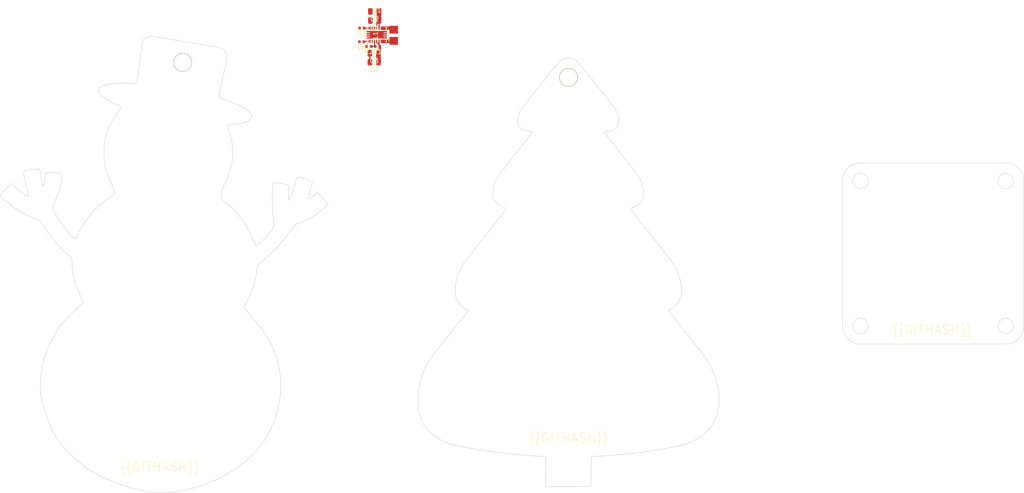
<source format=kicad_pcb>
(kicad_pcb (version 20221018) (generator pcbnew)
  (layers (0 "F.Cu" signal) (31 "B.Cu" signal) (34 "B.Paste" user) (35 "F.Paste" user) (36 "B.SilkS" user "B.Silkscreen") (37 "F.SilkS" user "F.Silkscreen") (38 "B.Mask" user) (39 "F.Mask" user) (44 "Edge.Cuts" user))
  (net 0 "")
  (net 1 "vina")
  (net 2 "gnd")
  (net 3 "out")
  (net 4 "vcc-1")
  (net 5 "vcc")
  (net 6 "pg")
  (net 7 "l2")
  (net 8 "l1")
  (footprint "lib:VSON-14_L4.0-W3.0-P0.50-BL-EP_TI_DSJ" (layer "F.Cu") (at 118.965 49.535)
    (fp_text reference "U1" (at 0 -5.45) (layer "F.SilkS"))
    (fp_text value "")
    (fp_line (start -2.1 -1.6) (end -1.93 -1.6) (stroke (width 0.2)) (layer "F.SilkS"))
    (fp_line (start -2.1 -1.1) (end -2.1 -1.6) (stroke (width 0.2)) (layer "F.SilkS"))
    (fp_line (start -2.1 1.6) (end -2.1 1.1) (stroke (width 0.2)) (layer "F.SilkS"))
    (fp_line (start -1.93 1.6) (end -2.1 1.6) (stroke (width 0.2)) (layer "F.SilkS"))
    (fp_line (start 2.1 -1.6) (end 1.93 -1.6) (stroke (width 0.2)) (layer "F.SilkS"))
    (fp_line (start 2.1 -1.1) (end 2.1 -1.6) (stroke (width 0.2)) (layer "F.SilkS"))
    (fp_line (start 2.1 1.1) (end 2.1 1.6) (stroke (width 0.2)) (layer "F.SilkS"))
    (fp_line (start 2.1 1.6) (end 1.93 1.6) (stroke (width 0.2)) (layer "F.SilkS"))
    (fp_arc (start -1.95 1.97) (mid -1.95 1.97) (end -1.95 1.97) (stroke (width 0.25)) (layer "F.SilkS"))
    (pad "1" smd rect (at -1.5 1.45) (size 0.25 0.7) (layers "F.Cu" "F.Paste" "F.Mask") (net 1 "vina"))
    (pad "2" smd rect (at -1 1.45) (size 0.25 0.7) (layers "F.Cu" "F.Paste" "F.Mask") (net 2 "gnd"))
    (pad "3" smd rect (at -0.5 1.45) (size 0.25 0.7) (layers "F.Cu" "F.Paste" "F.Mask") (net 3 "out"))
    (pad "4" smd rect (at 0 1.45) (size 0.25 0.7) (layers "F.Cu" "F.Paste" "F.Mask") (net 4 "vcc-1"))
    (pad "5" smd rect (at 0.5 1.45) (size 0.25 0.7) (layers "F.Cu" "F.Paste" "F.Mask") (net 4 "vcc-1"))
    (pad "6" smd rect (at 1 1.45) (size 0.25 0.7) (layers "F.Cu" "F.Paste" "F.Mask") (net 7 "l2"))
    (pad "7" smd rect (at 1.5 1.45) (size 0.25 0.7) (layers "F.Cu" "F.Paste" "F.Mask") (net 7 "l2"))
    (pad "8" smd rect (at 1.5 -1.45) (size 0.25 0.7) (layers "F.Cu" "F.Paste" "F.Mask") (net 8 "l1"))
    (pad "9" smd rect (at 1 -1.45) (size 0.25 0.7) (layers "F.Cu" "F.Paste" "F.Mask") (net 8 "l1"))
    (pad "10" smd rect (at 0.5 -1.45 180) (size 0.25 0.7) (layers "F.Cu" "F.Paste" "F.Mask") (net 5 "vcc"))
    (pad "11" smd rect (at 0 -1.45 180) (size 0.25 0.7) (layers "F.Cu" "F.Paste" "F.Mask") (net 5 "vcc"))
    (pad "12" smd rect (at -0.5 -1.45 180) (size 0.25 0.7) (layers "F.Cu" "F.Paste" "F.Mask") (net 1 "vina"))
    (pad "13" smd rect (at -1 -1.45 180) (size 0.25 0.7) (layers "F.Cu" "F.Paste" "F.Mask") (net 2 "gnd"))
    (pad "14" smd rect (at -1.5 -1.45 180) (size 0.25 0.7) (layers "F.Cu" "F.Paste" "F.Mask") (net 6 "pg"))
    (pad "15" smd custom (at 0 0) (size 1 1) (layers "F.Cu" "F.Paste" "F.Mask") (net 2 "gnd") (options (clearance outline) (anchor circle)) (primitives (gr_poly (pts (xy -2.2 -0.79) (xy -2.2 -0.59) (xy -1.43 -0.59) (xy -1.43 -0.33) (xy -2.2 -0.33) (xy -2.2 -0.13) (xy -1.43 -0.13) (xy -1.43 0.13) (xy -2.2 0.13) (xy -2.2 0.33) (xy -1.43 0.33) (xy -1.43 0.59) (xy -2.2 0.59) (xy -2.2 0.79) (xy 2.2 0.79) (xy 2.2 0.59) (xy 1.43 0.59) (xy 1.43 0.33) (xy 2.2 0.33) (xy 2.2 0.13) (xy 1.43 0.13) (xy 1.43 -0.13) (xy 2.2 -0.13) (xy 2.2 -0.33) (xy 1.43 -0.33) (xy 1.43 -0.59) (xy 2.2 -0.59) (xy 2.2 -0.79) (xy -2.2 -0.79)) (width 0.1) (fill yes))))
  )
  (footprint "lib:R0402" (layer "F.Cu") (at 115.672857 48.059519 180)
    (fp_text reference "R3" (at 0 -1.17) (layer "F.SilkS"))
    (fp_text value "Chip Resistor - Surface Mount 1MOhms ±5% 1/16W 0402 RoHS")
    (fp_line (start -0.153641 -0.38) (end 0.153641 -0.38) (stroke (width 0.12)) (layer "F.SilkS"))
    (fp_line (start -0.153641 0.38) (end 0.153641 0.38) (stroke (width 0.12)) (layer "F.SilkS"))
    (pad "1" smd roundrect (at -0.51 0 180) (size 0.54 0.64) (layers "F.Cu" "F.Paste" "F.Mask") (net 6 "pg"))
    (pad "2" smd roundrect (at 0.51 0 180) (size 0.54 0.64) (layers "F.Cu" "F.Paste" "F.Mask") (net 2 "gnd"))
  )
  (footprint "lib:C0805" (layer "F.Cu") (at 118.495803 44.385818 180)
    (fp_text reference "C2" (at 0 -1.68) (layer "F.SilkS"))
    (fp_text value "Multilayer Ceramic Capacitors MLCC - SMD/SMT 10uF 10V 0805 RoHS")
    (fp_line (start -0.261252 -0.735) (end 0.261252 -0.735) (stroke (width 0.12)) (layer "F.SilkS"))
    (fp_line (start -0.261252 0.735) (end 0.261252 0.735) (stroke (width 0.12)) (layer "F.SilkS"))
    (pad "1" smd roundrect (at -0.95 0 180) (size 1 1.45) (layers "F.Cu" "F.Paste" "F.Mask") (net 5 "vcc"))
    (pad "2" smd roundrect (at 0.95 0 180) (size 1 1.45) (layers "F.Cu" "F.Paste" "F.Mask") (net 2 "gnd"))
  )
  (footprint "lib:R0402" (layer "F.Cu") (at 119.133526 52.098864 180)
    (fp_text reference "R1" (at 0 -1.17) (layer "F.SilkS"))
    (fp_text value "Chip Resistor - Surface Mount 1MOhms ±5% 1/16W 0402 RoHS")
    (fp_line (start -0.153641 -0.38) (end 0.153641 -0.38) (stroke (width 0.12)) (layer "F.SilkS"))
    (fp_line (start -0.153641 0.38) (end 0.153641 0.38) (stroke (width 0.12)) (layer "F.SilkS"))
    (pad "1" smd roundrect (at -0.51 0 180) (size 0.54 0.64) (layers "F.Cu" "F.Paste" "F.Mask") (net 4 "vcc-1"))
    (pad "2" smd roundrect (at 0.51 0 180) (size 0.54 0.64) (layers "F.Cu" "F.Paste" "F.Mask") (net 3 "out"))
  )
  (footprint "lib:C0402" (layer "F.Cu") (at 115.612784 51.073315 180)
    (fp_text reference "C5" (at 0 -1.16) (layer "F.SilkS"))
    (fp_text value "Multilayer Ceramic Capacitors MLCC - SMD/SMT 100nF 10V 0402 RoHS")
    (fp_line (start -0.107836 -0.36) (end 0.107836 -0.36) (stroke (width 0.12)) (layer "F.SilkS"))
    (fp_line (start -0.107836 0.36) (end 0.107836 0.36) (stroke (width 0.12)) (layer "F.SilkS"))
    (pad "1" smd roundrect (at -0.48 0 180) (size 0.56 0.62) (layers "F.Cu" "F.Paste" "F.Mask") (net 1 "vina"))
    (pad "2" smd roundrect (at 0.48 0 180) (size 0.56 0.62) (layers "F.Cu" "F.Paste" "F.Mask") (net 2 "gnd"))
  )
  (footprint "lib:C0805" (layer "F.Cu") (at 118.382245 53.599002 180)
    (fp_text reference "C3" (at 0 -1.68) (layer "F.SilkS"))
    (fp_text value "Multilayer Ceramic Capacitors MLCC - SMD/SMT 10uF 10V 0805 RoHS")
    (fp_line (start -0.261252 -0.735) (end 0.261252 -0.735) (stroke (width 0.12)) (layer "F.SilkS"))
    (fp_line (start -0.261252 0.735) (end 0.261252 0.735) (stroke (width 0.12)) (layer "F.SilkS"))
    (pad "1" smd roundrect (at -0.95 0 180) (size 1 1.45) (layers "F.Cu" "F.Paste" "F.Mask") (net 4 "vcc-1"))
    (pad "2" smd roundrect (at 0.95 0 180) (size 1 1.45) (layers "F.Cu" "F.Paste" "F.Mask") (net 2 "gnd"))
  )
  (footprint "lib:C0805" (layer "F.Cu") (at 118.390905 55.584882 180)
    (fp_text reference "C4" (at 0 -1.68) (layer "F.SilkS"))
    (fp_text value "Multilayer Ceramic Capacitors MLCC - SMD/SMT 10uF 10V 0805 RoHS")
    (fp_line (start -0.261252 -0.735) (end 0.261252 -0.735) (stroke (width 0.12)) (layer "F.SilkS"))
    (fp_line (start -0.261252 0.735) (end 0.261252 0.735) (stroke (width 0.12)) (layer "F.SilkS"))
    (pad "1" smd roundrect (at -0.95 0 180) (size 1 1.45) (layers "F.Cu" "F.Paste" "F.Mask") (net 4 "vcc-1"))
    (pad "2" smd roundrect (at 0.95 0 180) (size 1 1.45) (layers "F.Cu" "F.Paste" "F.Mask") (net 2 "gnd"))
  )
  (footprint "lib:R0402" (layer "F.Cu") (at 117.214373 52.098864 180)
    (fp_text reference "R2" (at 0 -1.17) (layer "F.SilkS"))
    (fp_text value "Chip Resistor - Surface Mount 180KOhms ±5% 1/16W 0402 RoHS")
    (fp_line (start -0.153641 -0.38) (end 0.153641 -0.38) (stroke (width 0.12)) (layer "F.SilkS"))
    (fp_line (start -0.153641 0.38) (end 0.153641 0.38) (stroke (width 0.12)) (layer "F.SilkS"))
    (pad "1" smd roundrect (at -0.51 0 180) (size 0.54 0.64) (layers "F.Cu" "F.Paste" "F.Mask") (net 3 "out"))
    (pad "2" smd roundrect (at 0.51 0 180) (size 0.54 0.64) (layers "F.Cu" "F.Paste" "F.Mask") (net 2 "gnd"))
  )
  (footprint "lib:C0805" (layer "F.Cu") (at 118.507645 46.389594 180)
    (fp_text reference "C1" (at 0 -1.68) (layer "F.SilkS"))
    (fp_text value "Multilayer Ceramic Capacitors MLCC - SMD/SMT 10uF 10V 0805 RoHS")
    (fp_line (start -0.261252 -0.735) (end 0.261252 -0.735) (stroke (width 0.12)) (layer "F.SilkS"))
    (fp_line (start -0.261252 0.735) (end 0.261252 0.735) (stroke (width 0.12)) (layer "F.SilkS"))
    (pad "1" smd roundrect (at -0.95 0 180) (size 1 1.45) (layers "F.Cu" "F.Paste" "F.Mask") (net 5 "vcc"))
    (pad "2" smd roundrect (at 0.95 0 180) (size 1 1.45) (layers "F.Cu" "F.Paste" "F.Mask") (net 2 "gnd"))
  )
  (footprint "lib:IND-SMD_L2.5-W2.0_WPN252012H" (layer "F.Cu") (at 122.700274 49.648782 90)
    (fp_text reference "L1" (at 0 -4 90) (layer "F.SilkS"))
    (fp_text value "")
    (fp_line (start -1.33 -1.09) (end -1.33 -1.08) (stroke (width 0.15)) (layer "F.SilkS"))
    (fp_line (start -1.33 -1.08) (end 1.33 -1.08) (stroke (width 0.15)) (layer "F.SilkS"))
    (fp_line (start -1.33 1.08) (end 1.33 1.08) (stroke (width 0.15)) (layer "F.SilkS"))
    (fp_line (start -1.33 1.09) (end -1.33 1.08) (stroke (width 0.15)) (layer "F.SilkS"))
    (fp_line (start 1.33 -1.08) (end 1.33 -1.09) (stroke (width 0.15)) (layer "F.SilkS"))
    (fp_line (start 1.33 1.08) (end 1.33 1.09) (stroke (width 0.15)) (layer "F.SilkS"))
    (pad "1" smd rect (at 1.23 0 90) (size 1.72 1.87) (layers "F.Cu" "F.Paste" "F.Mask") (net 8 "l1"))
    (pad "2" smd rect (at -1.23 0 90) (size 1.72 1.87) (layers "F.Cu" "F.Paste" "F.Mask") (net 7 "l2"))
  )
  (gr_circle (center 225.62 81.79) (end 227.32 81.79) (stroke (width 0.1)) (fill none) (layer "Edge.Cuts"))
  (gr_circle (center 257.62 113.79) (end 259.32 113.79) (stroke (width 0.1)) (fill none) (layer "Edge.Cuts"))
  (gr_circle (center 257.62 81.79) (end 259.32 81.79) (stroke (width 0.1)) (fill none) (layer "Edge.Cuts"))
  (gr_poly (pts (xy 75.142222 50.797022) (xy 79.756606 51.568267) (xy 82.366969 51.99203) (xy 83.019066 52.095762) (xy 83.303876 52.146979) (xy 83.563537 52.198618) (xy 83.799806 52.251323) (xy 84.01444 52.305736) (xy 84.209196 52.362498) (xy 84.385831 52.422252) (xy 84.546102 52.485641) (xy 84.691766 52.553306) (xy 84.824581 52.62589) (xy 84.946303 52.704035) (xy 85.05869 52.788383) (xy 85.163499 52.879577) (xy 85.262486 52.978258) (xy 85.357409 53.08507) (xy 85.479286 53.234958) (xy 85.586233 53.378736) (xy 85.634185 53.44915) (xy 85.678498 53.519015) (xy 85.719202 53.588656) (xy 85.75633 53.658402) (xy 85.789911 53.728576) (xy 85.819976 53.799506) (xy 85.846558 53.871517) (xy 85.869686 53.944936) (xy 85.889392 54.020089) (xy 85.905707 54.097301) (xy 85.918662 54.176899) (xy 85.928287 54.259209) (xy 85.934615 54.344557) (xy 85.937675 54.433269) (xy 85.937499 54.525672) (xy 85.934119 54.62209) (xy 85.927564 54.722851) (xy 85.917866 54.82828) (xy 85.889166 55.054449) (xy 85.848266 55.303204) (xy 85.795414 55.577155) (xy 85.730859 55.878909) (xy 85.654849 56.211077) (xy 84.878546 59.55341) (xy 84.657875 60.550977) (xy 84.450892 61.532488) (xy 84.331406 62.116419) (xy 84.229648 62.629765) (xy 84.15639 63.017063) (xy 84.122409 63.222849) (xy 84.123062 63.236814) (xy 84.127967 63.251873) (xy 84.137065 63.268001) (xy 84.150302 63.285171) (xy 84.167619 63.303357) (xy 84.188962 63.322534) (xy 84.214273 63.342674) (xy 84.243497 63.363751) (xy 84.313454 63.408613) (xy 84.398381 63.456909) (xy 84.497828 63.50843) (xy 84.611342 63.562966) (xy 84.738473 63.620306) (xy 84.878767 63.680241) (xy 85.031775 63.742561) (xy 85.197043 63.807056) (xy 85.374121 63.873515) (xy 85.562558 63.94173) (xy 85.7619 64.011489) (xy 85.971698 64.082583) (xy 86.585981 64.296029) (xy 87.172975 64.516947) (xy 87.730729 64.744054) (xy 88.257293 64.976069) (xy 88.75072 65.211708) (xy 89.209058 65.449689) (xy 89.63036 65.68873) (xy 90.012676 65.927548) (xy 90.354056 66.16486) (xy 90.652552 66.399385) (xy 90.906214 66.629839) (xy 91.113092 66.85494) (xy 91.271238 67.073405) (xy 91.378702 67.283953) (xy 91.412819 67.385857) (xy 91.433535 67.485301) (xy 91.440605 67.582123) (xy 91.433787 67.676165) (xy 91.41712 67.753004) (xy 91.390362 67.829368) (xy 91.35383 67.905131) (xy 91.307839 67.980165) (xy 91.252707 68.054343) (xy 91.188749 68.12754) (xy 91.116281 68.199626) (xy 91.03562 68.270477) (xy 90.947082 68.339964) (xy 90.850984 68.407961) (xy 90.747641 68.47434) (xy 90.637371 68.538975) (xy 90.520488 68.601739) (xy 90.39731 68.662505) (xy 90.268153 68.721145) (xy 90.133332 68.777534) (xy 89.993165 68.831543) (xy 89.847967 68.883047) (xy 89.543745 68.978027) (xy 89.223197 69.06146) (xy 88.888852 69.132329) (xy 88.54324 69.189618) (xy 88.188892 69.232313) (xy 88.009232 69.24787) (xy 87.828337 69.259397) (xy 87.646523 69.266767) (xy 87.464106 69.269854) (xy 87.202959 69.272042) (xy 86.97453 69.277492) (xy 86.777472 69.288473) (xy 86.690288 69.296746) (xy 86.610443 69.307253) (xy 86.537768 69.320276) (xy 86.472096 69.3361) (xy 86.413258 69.355009) (xy 86.361087 69.377285) (xy 86.315414 69.403211) (xy 86.276071 69.433073) (xy 86.24289 69.467154) (xy 86.215703 69.505736) (xy 86.194342 69.549103) (xy 86.178638 69.59754) (xy 86.168424 69.65133) (xy 86.163532 69.710755) (xy 86.163793 69.776101) (xy 86.169039 69.847649) (xy 86.179102 69.925685) (xy 86.193814 70.010491) (xy 86.236514 70.20155) (xy 86.295792 70.423093) (xy 86.370304 70.677389) (xy 86.458705 70.966708) (xy 86.582128 71.384478) (xy 86.694998 71.803093) (xy 86.797211 72.221567) (xy 86.888665 72.638919) (xy 86.969257 73.054166) (xy 87.038885 73.466323) (xy 87.097447 73.874409) (xy 87.144838 74.277439) (xy 87.180958 74.674432) (xy 87.205702 75.064404) (xy 87.21897 75.446371) (xy 87.220657 75.819352) (xy 87.210662 76.182361) (xy 87.188881 76.534418) (xy 87.155212 76.874538) (xy 87.109553 77.201739) (xy 86.986123 77.871628) (xy 86.830027 78.558912) (xy 86.643845 79.255662) (xy 86.430157 79.953949) (xy 86.19154 80.645848) (xy 85.930575 81.323429) (xy 85.649841 81.978766) (xy 85.351916 82.60393) (xy 85.189192 82.938586) (xy 85.118752 83.093315) (xy 85.055229 83.240939) (xy 84.998352 83.382431) (xy 84.947849 83.518761) (xy 84.903447 83.650903) (xy 84.864875 83.779828) (xy 84.831859 83.906506) (xy 84.804129 84.031911) (xy 84.781412 84.157013) (xy 84.763435 84.282785) (xy 84.749927 84.410197) (xy 84.740615 84.540223) (xy 84.735228 84.673833) (xy 84.733493 84.811999) (xy 84.736223 85.129082) (xy 84.741369 85.261496) (xy 84.750575 85.379459) (xy 84.764997 85.485194) (xy 84.774524 85.534172) (xy 84.785789 85.580928) (xy 84.798934 85.625739) (xy 84.814106 85.668884) (xy 84.831447 85.710641) (xy 84.851104 85.751288) (xy 84.873219 85.791103) (xy 84.897937 85.830364) (xy 84.925403 85.869349) (xy 84.955761 85.908337) (xy 84.989155 85.947605) (xy 85.02573 85.987432) (xy 85.109 86.069873) (xy 85.206725 86.157886) (xy 85.320061 86.253696) (xy 85.598185 86.477602) (xy 86.096863 86.886277) (xy 86.577755 87.306529) (xy 87.04138 87.739064) (xy 87.488258 88.184586) (xy 87.918909 88.6438) (xy 88.333852 89.117412) (xy 88.733607 89.606125) (xy 89.118694 90.110646) (xy 89.489632 90.631678) (xy 89.846941 91.169927) (xy 90.19114 91.726098) (xy 90.52275 92.300895) (xy 90.84229 92.895024) (xy 91.150279 93.509189) (xy 91.447237 94.144095) (xy 91.733683 94.800448) (xy 91.84059 95.047283) (xy 91.945802 95.277558) (xy 92.046625 95.486234) (xy 92.140364 95.668271) (xy 92.224324 95.818627) (xy 92.295813 95.932265) (xy 92.326039 95.973739) (xy 92.352136 96.004143) (xy 92.373767 96.022848) (xy 92.382804 96.027616) (xy 92.390597 96.029223) (xy 92.399173 96.028006) (xy 92.410522 96.024397) (xy 92.441219 96.010237) (xy 92.482045 95.987221) (xy 92.53236 95.955824) (xy 92.591521 95.916524) (xy 92.658887 95.869798) (xy 92.815666 95.755976) (xy 92.997564 95.618173) (xy 93.199447 95.460204) (xy 93.416182 95.285885) (xy 93.642634 95.099032) (xy 93.891007 94.882848) (xy 94.141366 94.648628) (xy 94.390948 94.400061) (xy 94.636991 94.140836) (xy 94.87673 93.874641) (xy 95.107403 93.605164) (xy 95.326247 93.336095) (xy 95.530498 93.071122) (xy 95.717394 92.813933) (xy 95.884171 92.568218) (xy 96.028066 92.337665) (xy 96.146316 92.125962) (xy 96.236159 91.936798) (xy 96.294829 91.773863) (xy 96.311612 91.703383) (xy 96.319566 91.640844) (xy 96.318345 91.586706) (xy 96.307605 91.54143) (xy 96.264441 91.378418) (xy 96.221593 91.121805) (xy 96.138989 90.373142) (xy 96.064068 89.386161) (xy 96.001109 88.251583) (xy 95.954389 87.060129) (xy 95.928186 85.902519) (xy 95.926777 84.869474) (xy 95.95444 84.051714) (xy 96.07471 82.177477) (xy 97.36716 82.304781) (xy 98.13507 82.379263) (xy 98.441266 82.413109) (xy 98.700599 82.449744) (xy 98.916803 82.492956) (xy 99.009898 82.518212) (xy 99.09361 82.546534) (xy 99.168406 82.578395) (xy 99.234753 82.614268) (xy 99.293117 82.654627) (xy 99.343964 82.699946) (xy 99.387763 82.750698) (xy 99.424978 82.807357) (xy 99.456076 82.870396) (xy 99.481525 82.94029) (xy 99.501791 83.017511) (xy 99.51734 83.102533) (xy 99.536155 83.297877) (xy 99.541702 83.530109) (xy 99.537716 83.803018) (xy 99.51607 84.486025) (xy 99.501811 85.019341) (xy 99.495778 85.429631) (xy 99.49953 85.727933) (xy 99.505563 85.838537) (xy 99.514626 85.925284) (xy 99.526915 85.989553) (xy 99.542625 86.032723) (xy 99.551823 86.046828) (xy 99.56195 86.056175) (xy 99.573029 86.060938) (xy 99.585085 86.061289) (xy 99.612224 86.049443) (xy 99.643564 86.022019) (xy 99.679299 85.980395) (xy 99.719623 85.925951) (xy 99.770963 85.835961) (xy 99.83738 85.6921) (xy 100.00736 85.267042) (xy 100.213404 84.699332) (xy 100.439353 84.037526) (xy 100.669049 83.330178) (xy 100.886332 82.625845) (xy 101.075044 81.973082) (xy 101.219027 81.420443) (xy 101.232451 81.367288) (xy 101.246658 81.317349) (xy 101.261814 81.270604) (xy 101.278084 81.227032) (xy 101.295634 81.186611) (xy 101.314631 81.149321) (xy 101.33524 81.115138) (xy 101.357628 81.084043) (xy 101.381959 81.056013) (xy 101.4084 81.031027) (xy 101.437117 81.009064) (xy 101.468275 80.990102) (xy 101.502041 80.974119) (xy 101.538581 80.961095) (xy 101.578059 80.951007) (xy 101.620643 80.943835) (xy 101.666497 80.939556) (xy 101.715788 80.938149) (xy 101.768682 80.939594) (xy 101.825345 80.943867) (xy 101.885942 80.950949) (xy 101.950639 80.960817) (xy 102.019603 80.97345) (xy 102.092998 80.988826) (xy 102.170992 81.006924) (xy 102.253749 81.027723) (xy 102.434219 81.077337) (xy 102.635734 81.137495) (xy 102.859622 81.208025) (xy 103.581471 81.438726) (xy 103.868146 81.535185) (xy 104.108644 81.625316) (xy 104.212356 81.669476) (xy 104.305459 81.713816) (xy 104.388264 81.758923) (xy 104.461082 81.805384) (xy 104.524226 81.853787) (xy 104.578006 81.904719) (xy 104.622735 81.958768) (xy 104.658725 82.01652) (xy 104.686285 82.078563) (xy 104.705729 82.145484) (xy 104.717368 82.217871) (xy 104.721513 82.296311) (xy 104.718476 82.381392) (xy 104.708568 82.4737) (xy 104.692102 82.573823) (xy 104.669388 82.682348) (xy 104.606464 82.926954) (xy 104.522289 83.212218) (xy 104.300158 83.92351) (xy 104.076968 84.658354) (xy 103.993442 84.95378) (xy 103.929762 85.203046) (xy 103.886777 85.407528) (xy 103.865337 85.568604) (xy 103.862962 85.633296) (xy 103.866292 85.687652) (xy 103.875434 85.731846) (xy 103.890492 85.766049) (xy 103.911574 85.790433) (xy 103.938786 85.805172) (xy 103.972234 85.810436) (xy 104.012025 85.806398) (xy 104.058263 85.79323) (xy 104.111056 85.771105) (xy 104.236732 85.700671) (xy 104.3899 85.596472) (xy 104.571411 85.459887) (xy 105.02286 85.095065) (xy 105.918216 84.355181) (xy 106.388476 84.86751) (xy 106.496975 84.987739) (xy 106.625318 85.133369) (xy 106.92254 85.478508) (xy 107.242155 85.858286) (xy 107.546176 86.22806) (xy 108.2336 87.076296) (xy 106.72333 88.254687) (xy 106.031007 88.783192) (xy 105.392025 89.245391) (xy 105.089314 89.453516) (xy 104.796071 89.647331) (xy 104.511007 89.827593) (xy 104.232833 89.995056) (xy 103.960259 90.150478) (xy 103.691998 90.294613) (xy 103.426759 90.428217) (xy 103.163254 90.552046) (xy 102.900193 90.666855) (xy 102.636288 90.773401) (xy 102.370249 90.872439) (xy 102.100787 90.964724) (xy 101.955978 91.013649) (xy 101.818902 91.062832) (xy 101.689432 91.112348) (xy 101.567439 91.162273) (xy 101.452795 91.212683) (xy 101.345371 91.263651) (xy 101.245039 91.315254) (xy 101.151671 91.367567) (xy 101.065138 91.420665) (xy 100.985313 91.474624) (xy 100.912065 91.529517) (xy 100.845269 91.585421) (xy 100.784794 91.642412) (xy 100.730512 91.700563) (xy 100.682296 91.759951) (xy 100.640017 91.82065) (xy 100.313962 92.312951) (xy 99.958065 92.82026) (xy 99.575318 93.339289) (xy 99.168711 93.866747) (xy 98.741234 94.399346) (xy 98.295878 94.933795) (xy 97.835635 95.466804) (xy 97.363494 95.995083) (xy 96.882446 96.515343) (xy 96.395482 97.024295) (xy 95.905593 97.518647) (xy 95.415769 97.995111) (xy 94.929002 98.450396) (xy 94.44828 98.881213) (xy 93.976596 99.284272) (xy 93.51694 99.656283) (xy 93.364132 99.777198) (xy 93.228349 99.887118) (xy 93.108601 99.987555) (xy 93.003899 100.080022) (xy 92.913256 100.166032) (xy 92.835682 100.247098) (xy 92.770188 100.324733) (xy 92.741662 100.362737) (xy 92.715786 100.40045) (xy 92.692435 100.438062) (xy 92.671487 100.475762) (xy 92.652817 100.513738) (xy 92.636302 100.552181) (xy 92.621819 100.591279) (xy 92.609244 100.631221) (xy 92.589322 100.714395) (xy 92.575548 100.803215) (xy 92.566934 100.899195) (xy 92.56249 101.003847) (xy 92.561229 101.118685) (xy 92.548214 101.459191) (xy 92.510172 101.840399) (xy 92.448603 102.257479) (xy 92.365007 102.705605) (xy 92.260885 103.179948) (xy 92.137739 103.675679) (xy 91.997068 104.187971) (xy 91.840373 104.711996) (xy 91.669155 105.242926) (xy 91.484915 105.775933) (xy 91.289154 106.306188) (xy 91.083372 106.828864) (xy 90.86907 107.339132) (xy 90.647749 107.832164) (xy 90.420909 108.303133) (xy 90.190051 108.74721) (xy 89.658061 109.729433) (xy 90.799319 111.025652) (xy 91.552256 111.894452) (xy 92.247519 112.726345) (xy 92.887901 113.52649) (xy 93.476195 114.300047) (xy 94.015193 115.052178) (xy 94.507688 115.788042) (xy 94.956473 116.5128) (xy 95.364341 117.231612) (xy 95.734083 117.949638) (xy 96.068493 118.672038) (xy 96.370364 119.403974) (xy 96.642488 120.150605) (xy 96.887657 120.917091) (xy 97.108665 121.708593) (xy 97.308304 122.530271) (xy 97.489367 123.387286) (xy 97.659586 124.435519) (xy 97.764545 125.512723) (xy 97.805707 126.613102) (xy 97.784533 127.73086) (xy 97.702485 128.860202) (xy 97.561026 129.995332) (xy 97.361618 131.130454) (xy 97.105722 132.259774) (xy 96.794801 133.377494) (xy 96.430316 134.47782) (xy 96.01373 135.554956) (xy 95.546505 136.603107) (xy 95.030102 137.616476) (xy 94.465984 138.589268) (xy 93.855613 139.515689) (xy 93.20045 140.389941) (xy 92.386005 141.350273) (xy 91.510226 142.273552) (xy 90.576227 143.158109) (xy 89.587122 144.002278) (xy 88.546024 144.80439) (xy 87.456048 145.562779) (xy 86.320308 146.275777) (xy 85.141916 146.941716) (xy 83.923988 147.558929) (xy 82.669636 148.125749) (xy 81.381976 148.640508) (xy 80.06412 149.101539) (xy 78.719182 149.507174) (xy 77.350277 149.855747) (xy 75.960518 150.145589) (xy 74.553019 150.375033) (xy 73.862872 150.459306) (xy 73.131633 150.525975) (xy 72.383923 150.574372) (xy 71.644361 150.603827) (xy 70.93757 150.613671) (xy 70.288169 150.603235) (xy 69.720779 150.57185) (xy 69.475532 150.548093) (xy 69.26002 150.518847) (xy 69.260051 150.518832) (xy 67.831835 150.262486) (xy 66.416949 149.953785) (xy 65.016193 149.592984) (xy 63.630368 149.180338) (xy 62.260274 148.716103) (xy 60.90671 148.200532) (xy 59.570477 147.633881) (xy 58.252375 147.016405) (xy 57.283074 146.528505) (xy 56.847829 146.298277) (xy 56.438641 146.072324) (xy 56.050351 145.846994) (xy 55.6778 145.618633) (xy 55.315827 145.383588) (xy 54.959273 145.138205) (xy 54.602979 144.87883) (xy 54.241783 144.601811) (xy 53.870528 144.303492) (xy 53.484054 143.980222) (xy 52.644807 143.244211) (xy 51.682765 142.36455) (xy 51.097036 141.804159) (xy 50.54538 141.238954) (xy 50.025658 140.665073) (xy 49.535731 140.078649) (xy 49.07346 139.475819) (xy 48.636705 138.852719) (xy 48.223328 138.205483) (xy 47.831189 137.530249) (xy 47.458149 136.823151) (xy 47.10207 136.080325) (xy 46.760812 135.297907) (xy 46.432236 134.472032) (xy 46.114202 133.598836) (xy 45.804573 132.674455) (xy 45.501208 131.695024) (xy 45.201968 130.656679) (xy 45.078569 130.147371) (xy 44.978794 129.594224) (xy 44.90231 129.00242) (xy 44.848785 128.377144) (xy 44.817886 127.723579) (xy 44.809281 127.046907) (xy 44.822637 126.352311) (xy 44.857621 125.644974) (xy 44.913901 124.93008) (xy 44.991145 124.212811) (xy 45.089019 123.498351) (xy 45.207191 122.791883) (xy 45.345328 122.098589) (xy 45.503099 121.423652) (xy 45.68017 120.772256) (xy 45.876208 120.149584) (xy 46.005143 119.787909) (xy 46.154924 119.401263) (xy 46.508073 118.570286) (xy 46.917749 117.69111) (xy 47.366047 116.79819) (xy 47.83506 115.92598) (xy 48.306883 115.108937) (xy 48.76361 114.381515) (xy 48.980717 114.062179) (xy 49.187335 113.77817) (xy 49.387433 113.519297) (xy 49.599256 113.255538) (xy 50.056372 112.715109) (xy 50.555279 112.160374) (xy 51.092575 111.594824) (xy 51.664855 111.021952) (xy 52.268718 110.445248) (xy 52.900758 109.868205) (xy 53.557574 109.294314) (xy 54.329783 108.634142) (xy 53.616031 107.110232) (xy 53.390001 106.6154) (xy 53.179365 106.128819) (xy 52.984012 105.650049) (xy 52.803829 105.178652) (xy 52.638704 104.71419) (xy 52.488525 104.256224) (xy 52.353181 103.804315) (xy 52.232559 103.358025) (xy 52.126547 102.916915) (xy 52.035034 102.480548) (xy 51.957906 102.048484) (xy 51.895053 101.620284) (xy 51.846363 101.195511) (xy 51.811722 100.773726) (xy 51.79102 100.35449) (xy 51.784144 99.937365) (xy 51.780657 99.620612) (xy 51.776007 99.482669) (xy 51.769161 99.357285) (xy 51.759927 99.243666) (xy 51.748111 99.141014) (xy 51.733519 99.048534) (xy 51.715958 98.96543) (xy 51.695233 98.890904) (xy 51.671153 98.824161) (xy 51.643523 98.764406) (xy 51.612149 98.71084) (xy 51.576839 98.662669) (xy 51.537399 98.619096) (xy 51.493635 98.579325) (xy 51.445353 98.542559) (xy 51.149902 98.324092) (xy 50.839064 98.073347) (xy 50.514896 97.792628) (xy 50.179453 97.484238) (xy 49.834791 97.150482) (xy 49.482966 96.793665) (xy 49.126033 96.41609) (xy 48.766047 96.020062) (xy 48.405065 95.607885) (xy 48.045142 95.181864) (xy 47.688333 94.744302) (xy 47.336694 94.297504) (xy 46.992281 93.843774) (xy 46.657149 93.385417) (xy 46.333354 92.924737) (xy 46.022952 92.464037) (xy 45.611719 91.844971) (xy 45.279782 91.362091) (xy 45.137757 91.165551) (xy 45.008606 90.995655) (xy 44.89001 90.849933) (xy 44.779654 90.725918) (xy 44.675221 90.621143) (xy 44.574392 90.533138) (xy 44.474852 90.459437) (xy 44.374284 90.397571) (xy 44.27037 90.345073) (xy 44.160793 90.299474) (xy 44.043237 90.258307) (xy 43.915385 90.219103) (xy 43.593888 90.117525) (xy 43.255864 89.996009) (xy 42.903268 89.855657) (xy 42.538058 89.697573) (xy 42.162189 89.522858) (xy 41.777618 89.332616) (xy 41.386301 89.127951) (xy 40.990194 88.909964) (xy 40.591254 88.679759) (xy 40.191438 88.438438) (xy 39.792701 88.187105) (xy 39.396999 87.926862) (xy 39.00629 87.658812) (xy 38.622529 87.384058) (xy 38.247673 87.103703) (xy 37.883677 86.81885) (xy 37.49456 86.502783) (xy 37.131548 86.199554) (xy 36.802586 85.916398) (xy 36.515619 85.660548) (xy 36.278593 85.439239) (xy 36.099452 85.259705) (xy 36.034071 85.187865) (xy 35.986141 85.129182) (xy 35.956654 85.08456) (xy 35.946605 85.054903) (xy 35.948192 85.042433) (xy 35.952903 85.026953) (xy 35.971384 84.987332) (xy 36.001425 84.936776) (xy 36.042403 84.876021) (xy 36.093695 84.805804) (xy 36.154681 84.726859) (xy 36.224736 84.639924) (xy 36.303239 84.545735) (xy 36.389567 84.445026) (xy 36.483097 84.338536) (xy 36.689276 84.11115) (xy 36.916796 83.869466) (xy 37.037003 83.745102) (xy 37.160678 83.619372) (xy 38.374759 82.395922) (xy 39.365809 83.301684) (xy 39.814301 83.698656) (xy 40.266196 84.075272) (xy 40.704205 84.419302) (xy 41.111041 84.718514) (xy 41.469414 84.960676) (xy 41.625024 85.056541) (xy 41.762035 85.133557) (xy 41.878286 85.190195) (xy 41.971615 85.224926) (xy 42.039863 85.236222) (xy 42.063905 85.232603) (xy 42.080867 85.222552) (xy 42.085566 85.215268) (xy 42.089233 85.203934) (xy 42.093537 85.169549) (xy 42.093921 85.120268) (xy 42.090523 85.056964) (xy 42.083485 84.98051) (xy 42.072948 84.891778) (xy 42.059051 84.79164) (xy 42.041937 84.68097) (xy 41.998614 84.43152) (xy 41.944105 84.150408) (xy 41.879534 83.844615) (xy 41.806025 83.52112) (xy 41.578977 82.541169) (xy 41.399614 81.732306) (xy 41.265507 81.079136) (xy 41.174225 80.56626) (xy 41.123338 80.17828) (xy 41.112283 80.026315) (xy 41.110416 79.899799) (xy 41.117432 79.796809) (xy 41.133029 79.71542) (xy 41.156901 79.653706) (xy 41.188746 79.609743) (xy 41.213078 79.592846) (xy 41.252556 79.575085) (xy 41.372962 79.537437) (xy 41.541984 79.497733) (xy 41.751641 79.456905) (xy 42.26094 79.37561) (xy 42.837013 79.301016) (xy 43.416018 79.240586) (xy 43.934111 79.201782) (xy 44.150364 79.192822) (xy 44.327447 79.192067) (xy 44.45738 79.20045) (xy 44.532183 79.218905) (xy 44.538527 79.223215) (xy 44.545097 79.229471) (xy 44.551878 79.23762) (xy 44.558855 79.247608) (xy 44.573336 79.272888) (xy 44.588416 79.304879) (xy 44.603974 79.343154) (xy 44.619887 79.387282) (xy 44.636031 79.436835) (xy 44.652284 79.491383) (xy 44.668525 79.550496) (xy 44.684629 79.613746) (xy 44.700475 79.680703) (xy 44.715939 79.750937) (xy 44.7309 79.82402) (xy 44.745234 79.899521) (xy 44.75882 79.977012) (xy 44.771533 80.056063) (xy 44.946351 81.130774) (xy 45.025944 81.564983) (xy 45.101061 81.931234) (xy 45.172253 82.230134) (xy 45.24007 82.462288) (xy 45.305063 82.628302) (xy 45.336673 82.686696) (xy 45.367783 82.728781) (xy 45.398463 82.754634) (xy 45.428781 82.764331) (xy 45.458807 82.757947) (xy 45.488608 82.735557) (xy 45.518254 82.697238) (xy 45.547814 82.643066) (xy 45.606951 82.487462) (xy 45.666568 82.269351) (xy 45.727218 81.98934) (xy 45.78945 81.648032) (xy 45.853816 81.246035) (xy 46.055377 79.918581) (xy 47.417926 79.96628) (xy 48.109143 79.993687) (xy 48.392021 80.009194) (xy 48.636741 80.027435) (xy 48.846051 80.049559) (xy 49.022696 80.076715) (xy 49.169424 80.110051) (xy 49.288982 80.150717) (xy 49.339431 80.174158) (xy 49.384117 80.199861) (xy 49.423385 80.227972) (xy 49.457577 80.258632) (xy 49.487036 80.291987) (xy 49.512107 80.32818) (xy 49.533132 80.367353) (xy 49.550455 80.409652) (xy 49.575367 80.504197) (xy 49.589592 80.612965) (xy 49.595876 80.737105) (xy 49.596965 80.877764) (xy 49.590289 81.099803) (xy 49.571905 81.336737) (xy 49.542029 81.587807) (xy 49.500879 81.852253) (xy 49.448672 82.129318) (xy 49.385623 82.418243) (xy 49.311951 82.718269) (xy 49.227873 83.028637) (xy 49.133604 83.34859) (xy 49.029362 83.677367) (xy 48.915364 84.014212) (xy 48.791827 84.358364) (xy 48.658967 84.709065) (xy 48.517002 85.065558) (xy 48.366148 85.427082) (xy 48.206622 85.792879) (xy 47.949769 86.374791) (xy 47.755997 86.832451) (xy 47.68104 87.021721) (xy 47.619784 87.188367) (xy 47.571537 87.335205) (xy 47.535609 87.465048) (xy 47.511311 87.580709) (xy 47.497952 87.685002) (xy 47.494842 87.78074) (xy 47.501291 87.870737) (xy 47.516609 87.957807) (xy 47.540106 88.044763) (xy 47.571091 88.134418) (xy 47.608874 88.229586) (xy 47.761079 88.551834) (xy 47.975096 88.939463) (xy 48.241913 89.380584) (xy 48.55252 89.863307) (xy 49.269066 90.905997) (xy 50.052651 91.972411) (xy 50.831193 92.967426) (xy 51.196047 93.408433) (xy 51.532609 93.795921) (xy 51.831869 94.117998) (xy 52.084818 94.362774) (xy 52.282443 94.518359) (xy 52.357694 94.558989) (xy 52.415736 94.572863) (xy 52.426811 94.571375) (xy 52.439084 94.56696) (xy 52.452509 94.559691) (xy 52.467041 94.549641) (xy 52.482633 94.536883) (xy 52.499239 94.521489) (xy 52.516813 94.503532) (xy 52.535309 94.483086) (xy 52.574881 94.435018) (xy 52.617586 94.377866) (xy 52.663055 94.312214) (xy 52.710918 94.238646) (xy 52.760808 94.157745) (xy 52.812354 94.070093) (xy 52.865187 93.976276) (xy 52.918939 93.876875) (xy 52.97324 93.772474) (xy 53.02772 93.663657) (xy 53.082012 93.551007) (xy 53.135745 93.435107) (xy 53.405424 92.869327) (xy 53.69623 92.311615) (xy 54.007442 91.76282) (xy 54.338342 91.223792) (xy 54.688208 90.695381) (xy 55.05632 90.178436) (xy 55.441958 89.673808) (xy 55.844402 89.182347) (xy 56.262932 88.704901) (xy 56.696828 88.242322) (xy 57.145369 87.795459) (xy 57.607836 87.365163) (xy 58.083508 86.952281) (xy 58.571665 86.557666) (xy 59.071586 86.182166) (xy 59.582553 85.826632) (xy 59.914962 85.598282) (xy 60.214172 85.3804) (xy 60.477869 85.17504) (xy 60.595674 85.077698) (xy 60.703732 84.984257) (xy 60.801753 84.894974) (xy 60.889447 84.810106) (xy 60.966524 84.72991) (xy 61.032694 84.654642) (xy 61.087669 84.584559) (xy 61.131158 84.519919) (xy 61.162872 84.460977) (xy 61.182521 84.407992) (xy 61.189444 84.378526) (xy 61.194656 84.347449) (xy 61.198136 84.314702) (xy 61.199864 84.280227) (xy 61.197977 84.205863) (xy 61.188829 84.123892) (xy 61.172254 84.033852) (xy 61.148084 83.935279) (xy 61.116154 83.82771) (xy 61.076297 83.71068) (xy 61.028345 83.583727) (xy 60.972134 83.446388) (xy 60.907495 83.298197) (xy 60.834263 83.138693) (xy 60.75227 82.967412) (xy 60.661351 82.783889) (xy 60.561339 82.587662) (xy 60.452067 82.378268) (xy 60.237971 81.961359) (xy 60.041673 81.555601) (xy 59.862568 81.158484) (xy 59.700049 80.767498) (xy 59.553508 80.380135) (xy 59.422339 79.993885) (xy 59.305935 79.60624) (xy 59.203689 79.21469) (xy 59.114995 78.816725) (xy 59.039245 78.409838) (xy 58.975833 77.991518) (xy 58.924151 77.559256) (xy 58.883594 77.110544) (xy 58.853553 76.642872) (xy 58.833423 76.153731) (xy 58.822596 75.640612) (xy 58.82378 75.019765) (xy 58.843433 74.425285) (xy 58.882591 73.854032) (xy 58.942291 73.302869) (xy 59.023569 72.768658) (xy 59.127459 72.248262) (xy 59.255 71.738542) (xy 59.407225 71.236361) (xy 59.585172 70.73858) (xy 59.789877 70.242062) (xy 60.022374 69.743669) (xy 60.283701 69.240263) (xy 60.574893 68.728705) (xy 60.896986 68.205859) (xy 61.251015 67.668586) (xy 61.638018 67.113749) (xy 61.84244 66.825076) (xy 62.020375 66.566593) (xy 62.17201 66.336298) (xy 62.29753 66.132187) (xy 62.397121 65.95226) (xy 62.470968 65.794512) (xy 62.498296 65.72333) (xy 62.519258 65.656942) (xy 62.533877 65.595098) (xy 62.542176 65.537547) (xy 62.544179 65.484039) (xy 62.539908 65.434323) (xy 62.529387 65.388151) (xy 62.512639 65.34527) (xy 62.489688 65.305431) (xy 62.460556 65.268384) (xy 62.425267 65.233878) (xy 62.383844 65.201662) (xy 62.33631 65.171487) (xy 62.282689 65.143103) (xy 62.157276 65.090703) (xy 62.007792 65.042459) (xy 61.834422 64.996371) (xy 61.657986 64.943069) (xy 61.445562 64.862593) (xy 61.203024 64.758325) (xy 60.93625 64.633653) (xy 60.353499 64.336631) (xy 59.744319 63.998608) (xy 59.155721 63.646664) (xy 58.634716 63.307879) (xy 58.414252 63.151884) (xy 58.228316 63.009334) (xy 58.082783 62.883614) (xy 57.983531 62.778109) (xy 57.869943 62.622242) (xy 57.777351 62.470362) (xy 57.705558 62.322559) (xy 57.654369 62.178917) (xy 57.623588 62.039526) (xy 57.613018 61.904471) (xy 57.622463 61.773839) (xy 57.651728 61.647718) (xy 57.700616 61.526195) (xy 57.768931 61.409356) (xy 57.856477 61.297289) (xy 57.963058 61.190081) (xy 58.088479 61.087819) (xy 58.232542 60.99059) (xy 58.395052 60.89848) (xy 58.575812 60.811578) (xy 58.774627 60.72997) (xy 58.991301 60.653743) (xy 59.225638 60.582984) (xy 59.477441 60.51778) (xy 59.746514 60.458218) (xy 60.032661 60.404385) (xy 60.335687 60.356369) (xy 60.655395 60.314256) (xy 60.991589 60.278134) (xy 61.344073 60.248089) (xy 61.712651 60.224208) (xy 62.097127 60.20658) (xy 62.497305 60.195289) (xy 62.912988 60.190424) (xy 63.343981 60.192072) (xy 63.790088 60.20032) (xy 66.056857 60.258219) (xy 66.273486 58.80189) (xy 66.542465 56.891029) (xy 66.884944 54.341891) (xy 67.190183 52.053843) (xy 67.248082 51.679802) (xy 67.303557 51.37005) (xy 67.359078 51.117137) (xy 67.417116 50.913616) (xy 67.48014 50.752035) (xy 67.55062 50.624945) (xy 67.631027 50.524898) (xy 67.72383 50.444442) (xy 67.831501 50.37613) (xy 67.956508 50.312512) (xy 68.268412 50.169558) (xy 69.100734 49.778315)) (stroke (width 0.1)) (fill none) (layer "Edge.Cuts"))
  (gr_arc (start 261.62 113.79) (mid 260.448427 116.618427) (end 257.62 117.79) (stroke (width 0.1)) (layer "Edge.Cuts"))
  (gr_arc (start 225.62 117.79) (mid 222.791573 116.618427) (end 221.62 113.79) (stroke (width 0.1)) (layer "Edge.Cuts"))
  (gr_line (start 261.62 113.79) (end 261.62 81.79) (stroke (width 0.1)) (layer "Edge.Cuts"))
  (gr_circle (center 161.229974 58.946031) (end 163.229974 58.946031) (stroke (width 0.2)) (fill none) (layer "Edge.Cuts"))
  (gr_line (start 221.62 81.79) (end 221.62 113.79) (stroke (width 0.1)) (layer "Edge.Cuts"))
  (gr_arc (start 257.62 77.79) (mid 260.448427 78.961573) (end 261.62 81.79) (stroke (width 0.1)) (layer "Edge.Cuts"))
  (gr_poly (pts (xy 161.429183 54.643361) (xy 161.588699 54.648976) (xy 161.743405 54.660128) (xy 161.8913 54.67685) (xy 162.030385 54.699174) (xy 162.158659 54.727132) (xy 162.274122 54.760758) (xy 162.374774 54.800082) (xy 162.418214 54.822065) (xy 162.465501 54.850416) (xy 162.517128 54.885713) (xy 162.573587 54.928531) (xy 162.702967 55.039035) (xy 162.857578 55.186538) (xy 163.041357 55.37565) (xy 163.258241 55.610981) (xy 163.512165 55.897139) (xy 163.807067 56.238735) (xy 164.146884 56.640378) (xy 164.53555 57.106678) (xy 164.977005 57.642244) (xy 165.475183 58.251687) (xy 166.657456 59.710639) (xy 168.113864 61.520411) (xy 169.490282 63.25197) (xy 170.562092 64.650979) (xy 170.993296 65.243203) (xy 171.359779 65.7732) (xy 171.665351 66.247941) (xy 171.913823 66.674396) (xy 172.109006 67.059535) (xy 172.254708 67.41033) (xy 172.354741 67.733749) (xy 172.412915 68.036764) (xy 172.433041 68.326344) (xy 172.418927 68.609461) (xy 172.374385 68.893084) (xy 172.303226 69.184183) (xy 172.274597 69.278158) (xy 172.242 69.369887) (xy 172.205507 69.459324) (xy 172.165188 69.546423) (xy 172.121114 69.631137) (xy 172.073357 69.713419) (xy 172.021987 69.793223) (xy 171.967076 69.870502) (xy 171.908694 69.945208) (xy 171.846914 70.017296) (xy 171.781806 70.08672) (xy 171.71344 70.153431) (xy 171.641889 70.217383) (xy 171.567223 70.278531) (xy 171.489513 70.336826) (xy 171.408831 70.392223) (xy 171.325247 70.444674) (xy 171.238833 70.494134) (xy 171.14966 70.540554) (xy 171.057799 70.58389) (xy 170.96332 70.624093) (xy 170.866295 70.661118) (xy 170.766796 70.694917) (xy 170.664893 70.725444) (xy 170.560657 70.752652) (xy 170.45416 70.776495) (xy 170.345472 70.796926) (xy 170.234664 70.813898) (xy 170.121809 70.827364) (xy 170.006976 70.837278) (xy 169.890237 70.843593) (xy 169.771663 70.846262) (xy 169.726607 70.847177) (xy 169.681188 70.849133) (xy 169.590479 70.855957) (xy 169.501974 70.8663) (xy 169.418107 70.879728) (xy 169.378675 70.887463) (xy 169.341315 70.895806) (xy 169.306334 70.904703) (xy 169.274034 70.9141) (xy 169.244721 70.923942) (xy 169.218699 70.934176) (xy 169.196272 70.944746) (xy 169.177745 70.955599) (xy 169.171643 70.965792) (xy 169.172154 70.983757) (xy 169.17922 71.009417) (xy 169.192785 71.042693) (xy 169.239181 71.131786) (xy 169.310885 71.250417) (xy 169.407439 71.397965) (xy 169.528385 71.573811) (xy 169.673265 71.777334) (xy 169.841623 72.007915) (xy 170.246938 72.547768) (xy 170.740668 73.18841) (xy 171.319154 73.924882) (xy 171.978732 74.752222) (xy 174.641332 78.093405) (xy 175.537111 79.246786) (xy 176.200008 80.134787) (xy 176.673118 80.816979) (xy 176.99954 81.352933) (xy 177.222371 81.802218) (xy 177.384708 82.224406) (xy 177.462833 82.472098) (xy 177.531331 82.72855) (xy 177.59016 82.991701) (xy 177.639284 83.259489) (xy 177.678662 83.529854) (xy 177.708257 83.800735) (xy 177.728028 84.070071) (xy 177.737937 84.335802) (xy 177.737946 84.595867) (xy 177.728014 84.848205) (xy 177.708104 85.090755) (xy 177.678176 85.321456) (xy 177.638191 85.538248) (xy 177.588111 85.739069) (xy 177.527896 85.92186) (xy 177.457507 86.084559) (xy 177.391656 86.207668) (xy 177.318059 86.327563) (xy 177.236853 86.444134) (xy 177.148173 86.557272) (xy 177.052156 86.666869) (xy 176.948938 86.772814) (xy 176.838657 86.874999) (xy 176.721448 86.973315) (xy 176.597448 87.067652) (xy 176.466794 87.157903) (xy 176.32962 87.243956) (xy 176.186065 87.325705) (xy 176.036265 87.403039) (xy 175.880355 87.475849) (xy 175.718473 87.544027) (xy 175.550754 87.607462) (xy 175.482045 87.632835) (xy 175.415483 87.658969) (xy 175.351405 87.685667) (xy 175.290146 87.712731) (xy 175.23204 87.739963) (xy 175.177423 87.767164) (xy 175.126631 87.794136) (xy 175.079997 87.820681) (xy 175.037859 87.846601) (xy 175.00055 87.871698) (xy 174.968407 87.895773) (xy 174.941764 87.918629) (xy 174.920956 87.940066) (xy 174.90632 87.959888) (xy 174.898189 87.977896) (xy 174.896668 87.986157) (xy 174.8969 87.993891) (xy 174.922027 88.037315) (xy 174.991394 88.135797) (xy 175.25375 88.486297) (xy 176.209258 89.720013) (xy 177.617844 91.508896) (xy 179.333926 93.666804) (xy 181.092323 95.879526) (xy 182.616098 97.817656) (xy 183.742073 99.272256) (xy 184.307071 100.034388) (xy 184.515284 100.360502) (xy 184.7117 100.694247) (xy 184.896111 101.034954) (xy 185.068309 101.381957) (xy 185.228084 101.734588) (xy 185.375229 102.092181) (xy 185.509535 102.454068) (xy 185.630794 102.819582) (xy 185.738797 103.188056) (xy 185.833335 103.558822) (xy 185.914201 103.931214) (xy 185.981186 104.304563) (xy 186.034081 104.678204) (xy 186.072678 105.051468) (xy 186.096768 105.423689) (xy 186.106143 105.794199) (xy 186.105091 106.172735) (xy 186.095928 106.491761) (xy 186.087599 106.633067) (xy 186.076394 106.764426) (xy 186.062032 106.887483) (xy 186.044229 107.003882) (xy 186.022703 107.115265) (xy 185.997171 107.223277) (xy 185.967351 107.329562) (xy 185.932961 107.435763) (xy 185.893716 107.543524) (xy 185.849336 107.654488) (xy 185.744037 107.892603) (xy 185.654537 108.079442) (xy 185.563285 108.257402) (xy 185.469989 108.426825) (xy 185.374358 108.588053) (xy 185.276102 108.741425) (xy 185.174928 108.887283) (xy 185.070547 109.025968) (xy 184.962667 109.15782) (xy 184.850997 109.283181) (xy 184.735246 109.402392) (xy 184.615122 109.515794) (xy 184.490336 109.623727) (xy 184.360596 109.726532) (xy 184.22561 109.824551) (xy 184.085088 109.918125) (xy 183.938739 110.007593) (xy 183.810996 110.084401) (xy 183.691836 110.159793) (xy 183.583867 110.231854) (xy 183.489696 110.298666) (xy 183.41193 110.358313) (xy 183.380014 110.384851) (xy 183.353176 110.408878) (xy 183.331744 110.430155) (xy 183.316042 110.448443) (xy 183.306397 110.463502) (xy 183.303947 110.469746) (xy 183.303134 110.475092) (xy 183.318272 110.503511) (xy 183.362609 110.567965) (xy 183.532916 110.797359) (xy 183.802115 111.148045) (xy 184.158269 111.604794) (xy 185.08369 112.775559) (xy 186.213672 114.187815) (xy 189.362188 118.120691) (xy 190.402126 119.447898) (xy 191.169656 120.462983) (xy 191.727633 121.251467) (xy 192.13891 121.898876) (xy 192.466342 122.490732) (xy 192.772785 123.112559) (xy 193.051147 123.726705) (xy 193.303988 124.346147) (xy 193.531154 124.969731) (xy 193.732492 125.596305) (xy 193.907848 126.224716) (xy 194.05707 126.853811) (xy 194.180003 127.482437) (xy 194.276494 128.109442) (xy 194.346391 128.733673) (xy 194.389538 129.353977) (xy 194.405784 129.969202) (xy 194.394974 130.578194) (xy 194.356955 131.1798) (xy 194.291575 131.772869) (xy 194.198678 132.356247) (xy 194.078113 132.928782) (xy 193.929544 133.476781) (xy 193.74781 134.009233) (xy 193.533455 134.525547) (xy 193.287022 135.025131) (xy 193.009057 135.507395) (xy 192.700103 135.971748) (xy 192.360704 136.4176) (xy 191.991405 136.844359) (xy 191.592749 137.251434) (xy 191.165282 137.638235) (xy 190.709547 138.004171) (xy 190.226087 138.348651) (xy 189.715449 138.671084) (xy 189.178175 138.970879) (xy 188.61481 139.247446) (xy 188.025897 139.500193) (xy 187.387382 139.730873) (xy 186.62691 139.962173) (xy 185.752713 140.192844) (xy 184.773022 140.421641) (xy 182.530085 140.868622) (xy 179.96395 141.293139) (xy 177.140466 141.685214) (xy 174.125485 142.034872) (xy 170.984858 142.332135) (xy 167.784435 142.567026) (xy 166.231372 142.664027) (xy 166.19247 145.936793) (xy 166.153667 149.209559) (xy 161.14812 149.247553) (xy 156.142551 149.285548) (xy 156.211231 145.955256) (xy 156.23825 144.264273) (xy 156.238691 143.682086) (xy 156.22939 143.24944) (xy 156.209575 142.946836) (xy 156.195482 142.838207) (xy 156.178471 142.754778) (xy 156.158445 142.69411) (xy 156.135307 142.653767) (xy 156.108961 142.631312) (xy 156.079311 142.624308) (xy 155.214992 142.57575) (xy 153.588337 142.458798) (xy 151.746032 142.31468) (xy 150.23476 142.184626) (xy 147.951424 141.950142) (xy 145.645248 141.676286) (xy 143.382545 141.373503) (xy 141.229626 141.052239) (xy 139.252805 140.722941) (xy 137.518395 140.396054) (xy 136.092708 140.082025) (xy 135.042056 139.7913) (xy 134.381421 139.556594) (xy 133.752014 139.295735) (xy 133.153989 139.00888) (xy 132.587501 138.696185) (xy 132.052705 138.357807) (xy 131.549756 137.993902) (xy 131.078809 137.604627) (xy 130.64002 137.190138) (xy 130.233542 136.750592) (xy 129.859531 136.286146) (xy 129.518141 135.796955) (xy 129.209529 135.283176) (xy 128.933847 134.744967) (xy 128.691252 134.182482) (xy 128.481899 133.59588) (xy 128.305942 132.985316) (xy 128.169056 132.349397) (xy 128.072975 131.677754) (xy 128.016707 130.975694) (xy 127.999256 130.248525) (xy 128.019631 129.501555) (xy 128.076838 128.740093) (xy 128.169883 127.969445) (xy 128.297773 127.19492) (xy 128.459515 126.421826) (xy 128.654115 125.65547) (xy 128.880581 124.901161) (xy 129.137918 124.164206) (xy 129.425134 123.449914) (xy 129.741235 122.763591) (xy 130.085228 122.110547) (xy 130.456119 121.496088) (xy 130.678839 121.176405) (xy 131.044408 120.681658) (xy 131.533542 120.036727) (xy 132.126955 119.266491) (xy 133.549488 117.449628) (xy 135.157733 115.430109) (xy 139.156955 110.449519) (xy 138.361812 109.926661) (xy 138.191303 109.808793) (xy 138.024907 109.682349) (xy 137.863136 109.547997) (xy 137.706502 109.406407) (xy 137.555518 109.258246) (xy 137.410696 109.104183) (xy 137.27255 108.944887) (xy 137.141591 108.781027) (xy 137.018333 108.613271) (xy 136.903287 108.442289) (xy 136.796967 108.268748) (xy 136.699885 108.093317) (xy 136.612554 107.916666) (xy 136.535485 107.739462) (xy 136.469192 107.562375) (xy 136.414188 107.386072) (xy 136.393025 107.303561) (xy 136.373683 107.213821) (xy 136.356172 107.117074) (xy 136.340506 107.013541) (xy 136.326696 106.903442) (xy 136.314755 106.786999) (xy 136.296527 106.535963) (xy 136.28592 106.262201) (xy 136.28303 105.96748) (xy 136.287955 105.653567) (xy 136.300792 105.32223) (xy 136.322244 104.998512) (xy 136.354436 104.675622) (xy 136.397314 104.353731) (xy 136.450821 104.033012) (xy 136.514903 103.713637) (xy 136.589505 103.395777) (xy 136.67457 103.079605) (xy 136.770045 102.765293) (xy 136.875873 102.453014) (xy 136.991999 102.142939) (xy 137.118369 101.83524) (xy 137.254926 101.53009) (xy 137.401615 101.227661) (xy 137.558383 100.928125) (xy 137.725172 100.631653) (xy 137.901927 100.338419) (xy 138.126212 100.011097) (xy 138.51292 99.483877) (xy 139.040899 98.784161) (xy 139.688993 97.939352) (xy 141.260913 95.92407) (xy 143.059451 93.657252) (xy 146.236175 89.672407) (xy 147.202546 88.449633) (xy 147.557468 87.987986) (xy 147.556054 87.984938) (xy 147.551858 87.980582) (xy 147.535398 87.968089) (xy 147.508643 87.9508) (xy 147.472146 87.929003) (xy 147.372145 87.873051) (xy 147.239832 87.802557) (xy 147.079641 87.719846) (xy 146.896006 87.62724) (xy 146.693363 87.527063) (xy 146.476146 87.421641) (xy 146.164445 87.267635) (xy 146.029652 87.197126) (xy 145.907363 87.129704) (xy 145.796428 87.064435) (xy 145.695696 87.000386) (xy 145.604016 86.936623) (xy 145.520238 86.872216) (xy 145.443212 86.806229) (xy 145.371787 86.737731) (xy 145.304812 86.665788) (xy 145.241137 86.589467) (xy 145.179611 86.507836) (xy 145.119084 86.419962) (xy 145.058406 86.324911) (xy 144.996425 86.221751) (xy 144.936178 86.116882) (xy 144.882127 86.017884) (xy 144.833953 85.923336) (xy 144.791331 85.831816) (xy 144.753942 85.741904) (xy 144.721463 85.652177) (xy 144.693573 85.561215) (xy 144.669949 85.467596) (xy 144.65027 85.3699) (xy 144.634215 85.266704) (xy 144.621462 85.156587) (xy 144.611688 85.038128) (xy 144.604572 84.909906) (xy 144.599793 84.7705) (xy 144.597029 84.618488) (xy 144.595958 84.452448) (xy 144.599628 84.195279) (xy 144.611925 83.944089) (xy 144.633095 83.698112) (xy 144.663381 83.456583) (xy 144.703029 83.218738) (xy 144.752282 82.983811) (xy 144.811387 82.751037) (xy 144.880586 82.519652) (xy 144.960125 82.28889) (xy 145.050249 82.057986) (xy 145.151202 81.826176) (xy 145.26323 81.592694) (xy 145.386575 81.356776) (xy 145.521483 81.117655) (xy 145.6682 80.874568) (xy 145.826969 80.626749) (xy 146.032392 80.333611) (xy 146.358724 79.892071) (xy 147.30702 78.650511) (xy 148.537667 77.075522) (xy 149.916477 75.340556) (xy 151.237226 73.678901) (xy 152.309769 72.303534) (xy 153.024068 71.357417) (xy 153.212489 71.090004) (xy 153.258499 71.015527) (xy 153.270084 70.983515) (xy 153.265966 70.978423) (xy 153.259854 70.973183) (xy 153.251803 70.967809) (xy 153.241867 70.96231) (xy 153.216558 70.950987) (xy 153.184364 70.939307) (xy 153.14572 70.927361) (xy 153.101062 70.915241) (xy 153.050827 70.903038) (xy 152.995449 70.890845) (xy 152.935366 70.878753) (xy 152.871013 70.866854) (xy 152.802825 70.855239) (xy 152.73124 70.844002) (xy 152.656692 70.833232) (xy 152.579618 70.823023) (xy 152.500454 70.813465) (xy 152.419635 70.804652) (xy 152.231149 70.781807) (xy 152.048915 70.752885) (xy 151.873161 70.717993) (xy 151.704112 70.677241) (xy 151.541996 70.63074) (xy 151.387039 70.578598) (xy 151.239467 70.520925) (xy 151.099507 70.457831) (xy 150.967385 70.389425) (xy 150.843329 70.315816) (xy 150.727564 70.237115) (xy 150.620318 70.153431) (xy 150.521817 70.064872) (xy 150.432287 69.97155) (xy 150.351955 69.873574) (xy 150.281047 69.771052) (xy 150.239903 69.703254) (xy 150.203083 69.636552) (xy 150.170436 69.569895) (xy 150.141808 69.502228) (xy 150.117043 69.432499) (xy 150.095989 69.359654) (xy 150.078492 69.282642) (xy 150.064398 69.200408) (xy 150.053553 69.111901) (xy 150.045804 69.016066) (xy 150.040997 68.911851) (xy 150.038978 68.798203) (xy 150.039593 68.674069) (xy 150.042688 68.538396) (xy 150.04811 68.39013) (xy 150.055705 68.22822) (xy 150.072415 67.962758) (xy 150.098332 67.715002) (xy 150.116664 67.59479) (xy 150.139604 67.475438) (xy 150.16792 67.355755) (xy 150.202381 67.234552) (xy 150.243756 67.110641) (xy 150.292814 66.982832) (xy 150.350322 66.849936) (xy 150.41705 66.710763) (xy 150.493766 66.564125) (xy 150.58124 66.408832) (xy 150.680239 66.243695) (xy 150.791532 66.067525) (xy 150.915888 65.879133) (xy 151.054076 65.677329) (xy 151.375022 65.228731) (xy 151.760519 64.712216) (xy 152.216716 64.11827) (xy 152.749763 63.437382) (xy 153.365808 62.660036) (xy 154.871494 60.777918) (xy 157.351611 57.70227) (xy 158.182147 56.694478) (xy 158.801918 55.969401) (xy 159.257611 55.474061) (xy 159.595914 55.15548) (xy 159.735634 55.045918) (xy 159.863513 54.960679) (xy 160.107097 54.83668) (xy 160.2199 54.793912) (xy 160.345893 54.756391) (xy 160.483077 54.724149) (xy 160.629452 54.697218) (xy 160.783018 54.67563) (xy 160.941774 54.659418) (xy 161.10372 54.648615) (xy 161.266857 54.643252)) (stroke (width 0.1)) (fill none) (layer "Edge.Cuts"))
  (gr_line (start 257.62 77.79) (end 225.62 77.79) (stroke (width 0.1)) (layer "Edge.Cuts"))
  (gr_arc (start 221.62 81.79) (mid 222.791573 78.961573) (end 225.62 77.79) (stroke (width 0.1)) (layer "Edge.Cuts"))
  (gr_circle (center 225.62 113.79) (end 227.32 113.79) (stroke (width 0.1)) (fill none) (layer "Edge.Cuts"))
  (gr_circle (center 76.165146 55.61107) (end 78.165146 55.61107) (stroke (width 0.2)) (fill none) (layer "Edge.Cuts"))
  (gr_line (start 225.62 117.79) (end 257.62 117.79) (stroke (width 0.1)) (layer "Edge.Cuts"))
  (gr_text "{{GITHASH}}" (at 152.4 139.7) (layer "F.SilkS") (effects (font (size 2 2) (thickness 0.1)) (justify left bottom)))
  (gr_text "{{GITHASH}}" (at 62.23 146.05) (layer "F.SilkS") (effects (font (size 2 2) (thickness 0.1)) (justify left bottom)))
  (gr_text "{{GITHASH}}" (at 232.508427 115.791573) (layer "F.SilkS") (effects (font (size 2 2) (thickness 0.1)) (justify left bottom)))
  (segment (start 117.465 50.985) (end 116.181099 50.985) (width 0.25) (layer "F.Cu") (net 1))
  (segment (start 116.181099 50.985) (end 116.092784 51.073315) (width 0.25) (layer "F.Cu") (net 1))
  (segment (start 117.440905 55.584882) (end 117.440905 53.607662) (width 0.25) (layer "F.Cu") (net 2))
  (segment (start 117.440905 53.607662) (end 117.432245 53.599002) (width 0.25) (layer "F.Cu") (net 2))
  (segment (start 118.465 51.940338) (end 118.465 50.985) (width 0.25) (layer "F.Cu") (net 3))
  (segment (start 118.623526 52.098864) (end 118.465 51.940338) (width 0.25) (layer "F.Cu") (net 3))
  (segment (start 117.724373 52.098864) (end 118.623526 52.098864) (width 0.25) (layer "F.Cu") (net 3))
  (segment (start 119.643526 52.098864) (end 119.643526 53.287721) (width 0.5) (layer "F.Cu") (net 4))
  (segment (start 119.340905 55.584882) (end 119.340905 53.607662) (width 1) (layer "F.Cu") (net 4))
  (segment (start 118.965 50.985) (end 118.965 51.27529) (width 0.25) (layer "F.Cu") (net 4))
  (segment (start 119.643526 53.287721) (end 119.332245 53.599002) (width 0.25) (layer "F.Cu") (net 4))
  (segment (start 119.465 51.920338) (end 119.465 50.985) (width 0.25) (layer "F.Cu") (net 4))
  (segment (start 119.643526 52.098864) (end 119.465 51.920338) (width 0.25) (layer "F.Cu") (net 4))
  (segment (start 119.643526 51.953816) (end 119.643526 52.098864) (width 0.25) (layer "F.Cu") (net 4))
  (segment (start 119.340905 53.607662) (end 119.332245 53.599002) (width 0.25) (layer "F.Cu") (net 4))
  (segment (start 118.965 51.27529) (end 119.643526 51.953816) (width 0.25) (layer "F.Cu") (net 4))
  (segment (start 119.457645 44.39766) (end 119.445803 44.385818) (width 0.25) (layer "F.Cu") (net 5))
  (segment (start 119.457645 48.077645) (end 119.465 48.085) (width 0.25) (layer "F.Cu") (net 5))
  (segment (start 119.457645 46.389594) (end 119.457645 48.077645) (width 0.25) (layer "F.Cu") (net 5))
  (segment (start 118.965 48.085) (end 118.965 46.882239) (width 0.25) (layer "F.Cu") (net 5))
  (segment (start 119.465 44.405015) (end 119.445803 44.385818) (width 0.25) (layer "F.Cu") (net 5))
  (segment (start 119.457645 46.389594) (end 119.457645 44.39766) (width 1) (layer "F.Cu") (net 5))
  (segment (start 118.965 46.882239) (end 119.457645 46.389594) (width 0.25) (layer "F.Cu") (net 5))
  (segment (start 116.182857 48.059519) (end 117.439519 48.059519) (width 0.25) (layer "F.Cu") (net 6))
  (segment (start 117.439519 48.059519) (end 117.465 48.085) (width 0.25) (layer "F.Cu") (net 6))
  (segment (start 120.2 50.985) (end 122.594056 50.985) (width 0.8) (layer "F.Cu") (net 7))
  (segment (start 122.594056 50.985) (end 122.700274 50.878782) (width 0.25) (layer "F.Cu") (net 7))
  (segment (start 122.366492 48.085) (end 122.700274 48.418782) (width 0.25) (layer "F.Cu") (net 8))
  (segment (start 120.25 48.085) (end 122.366492 48.085) (width 0.8) (layer "F.Cu") (net 8))
)
</source>
